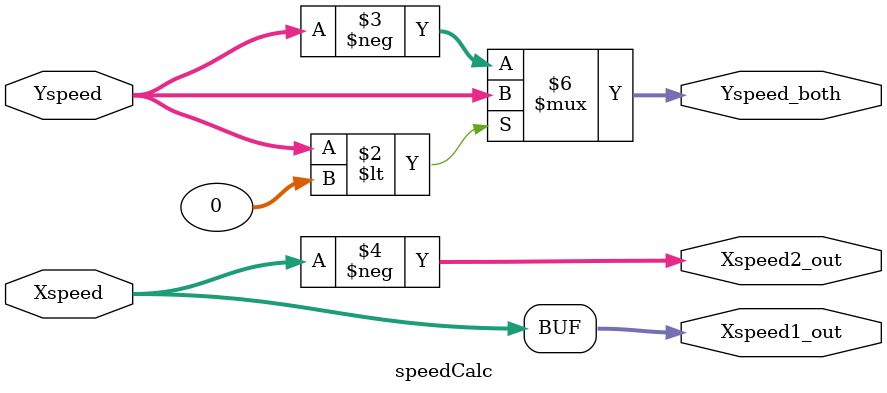
<source format=sv>

module	speedCalc	(	
					input	int Xspeed,
					input	int Yspeed,
					
					//ball1
					output int Xspeed1_out,
					
					//ball2
					output int Xspeed2_out,
					
					//both
					output int Yspeed_both

					
);

always_comb
begin

	if(Yspeed < 0)
		Yspeed_both = Yspeed;
	else
		Yspeed_both = -Yspeed;		
		
	Xspeed1_out = Xspeed;
	Xspeed2_out = -Xspeed;	
			
end

endmodule



</source>
